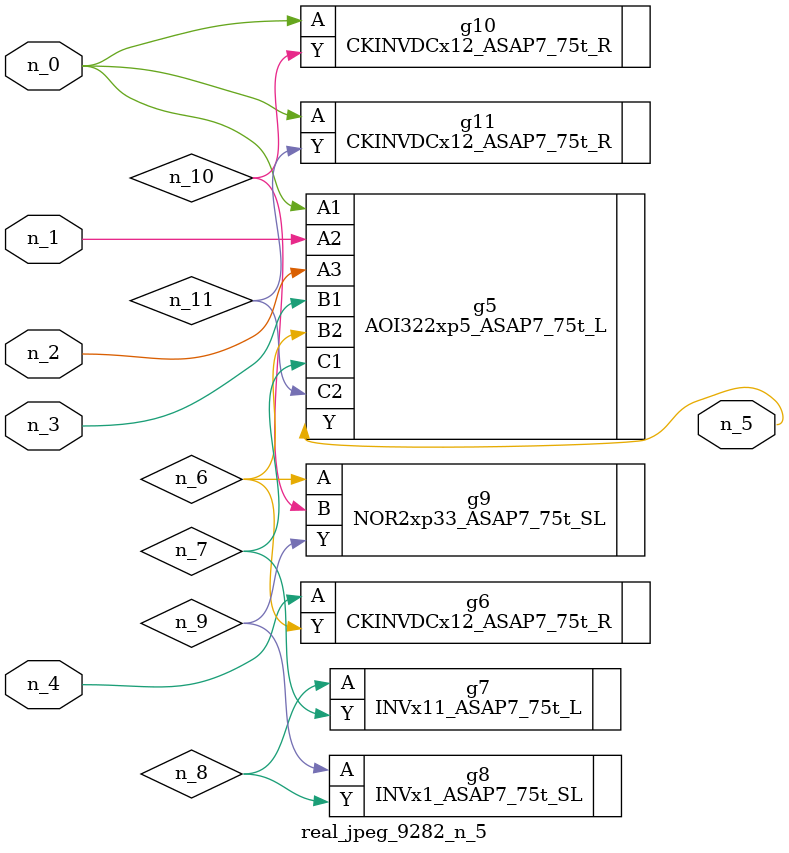
<source format=v>
module real_jpeg_9282_n_5 (n_4, n_0, n_1, n_2, n_3, n_5);

input n_4;
input n_0;
input n_1;
input n_2;
input n_3;

output n_5;

wire n_8;
wire n_11;
wire n_6;
wire n_7;
wire n_10;
wire n_9;

AOI322xp5_ASAP7_75t_L g5 ( 
.A1(n_0),
.A2(n_1),
.A3(n_2),
.B1(n_3),
.B2(n_6),
.C1(n_7),
.C2(n_11),
.Y(n_5)
);

CKINVDCx12_ASAP7_75t_R g10 ( 
.A(n_0),
.Y(n_10)
);

CKINVDCx12_ASAP7_75t_R g11 ( 
.A(n_0),
.Y(n_11)
);

CKINVDCx12_ASAP7_75t_R g6 ( 
.A(n_4),
.Y(n_6)
);

NOR2xp33_ASAP7_75t_SL g9 ( 
.A(n_6),
.B(n_10),
.Y(n_9)
);

INVx11_ASAP7_75t_L g7 ( 
.A(n_8),
.Y(n_7)
);

INVx1_ASAP7_75t_SL g8 ( 
.A(n_9),
.Y(n_8)
);


endmodule
</source>
